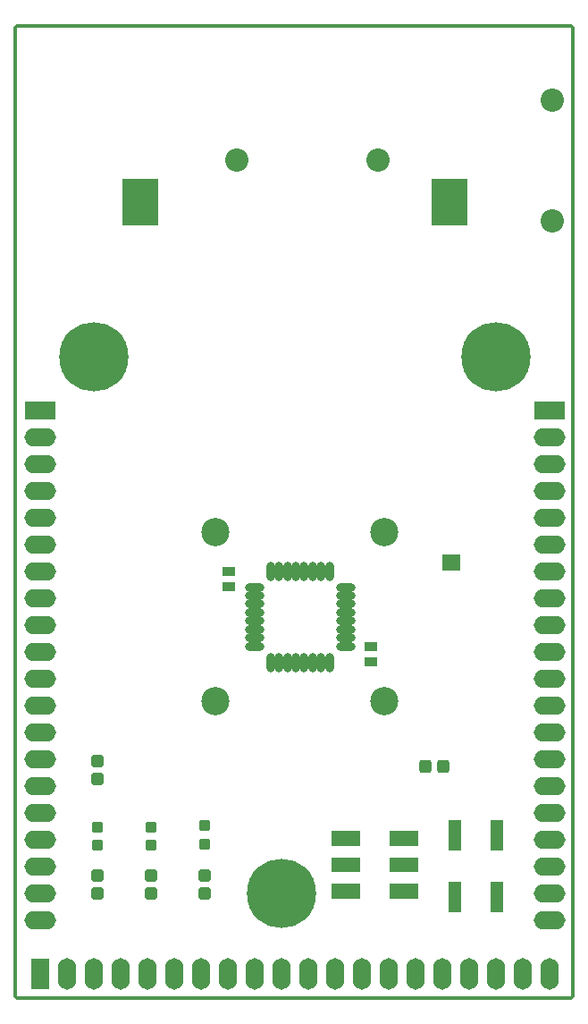
<source format=gts>
G04*
G04 #@! TF.GenerationSoftware,Altium Limited,Altium Designer,18.1.7 (191)*
G04*
G04 Layer_Color=8388736*
%FSLAX25Y25*%
%MOIN*%
G70*
G01*
G75*
%ADD21C,0.01200*%
%ADD30R,0.07087X0.06299*%
G04:AMPARAMS|DCode=31|XSize=47.37mil|YSize=43.43mil|CornerRadius=8.43mil|HoleSize=0mil|Usage=FLASHONLY|Rotation=270.000|XOffset=0mil|YOffset=0mil|HoleType=Round|Shape=RoundedRectangle|*
%AMROUNDEDRECTD31*
21,1,0.04737,0.02657,0,0,270.0*
21,1,0.03051,0.04343,0,0,270.0*
1,1,0.01686,-0.01329,-0.01526*
1,1,0.01686,-0.01329,0.01526*
1,1,0.01686,0.01329,0.01526*
1,1,0.01686,0.01329,-0.01526*
%
%ADD31ROUNDEDRECTD31*%
%ADD32R,0.03300X0.05800*%
%ADD33R,0.13398X0.17335*%
%ADD34C,0.10512*%
%ADD35O,0.03162X0.07296*%
%ADD36O,0.07296X0.03162*%
%ADD37R,0.04540X0.03753*%
%ADD38R,0.04737X0.11824*%
G04:AMPARAMS|DCode=39|XSize=47.37mil|YSize=43.43mil|CornerRadius=8.43mil|HoleSize=0mil|Usage=FLASHONLY|Rotation=0.000|XOffset=0mil|YOffset=0mil|HoleType=Round|Shape=RoundedRectangle|*
%AMROUNDEDRECTD39*
21,1,0.04737,0.02657,0,0,0.0*
21,1,0.03051,0.04343,0,0,0.0*
1,1,0.01686,0.01526,-0.01329*
1,1,0.01686,-0.01526,-0.01329*
1,1,0.01686,-0.01526,0.01329*
1,1,0.01686,0.01526,0.01329*
%
%ADD39ROUNDEDRECTD39*%
G04:AMPARAMS|DCode=40|XSize=39.5mil|YSize=39.5mil|CornerRadius=7.94mil|HoleSize=0mil|Usage=FLASHONLY|Rotation=270.000|XOffset=0mil|YOffset=0mil|HoleType=Round|Shape=RoundedRectangle|*
%AMROUNDEDRECTD40*
21,1,0.03950,0.02362,0,0,270.0*
21,1,0.02362,0.03950,0,0,270.0*
1,1,0.01587,-0.01181,-0.01181*
1,1,0.01587,-0.01181,0.01181*
1,1,0.01587,0.01181,0.01181*
1,1,0.01587,0.01181,-0.01181*
%
%ADD40ROUNDEDRECTD40*%
%ADD41C,0.08674*%
%ADD42C,0.25800*%
%ADD43O,0.11800X0.06800*%
%ADD44R,0.11800X0.06800*%
%ADD45O,0.06800X0.11800*%
%ADD46R,0.06800X0.11800*%
G36*
X227988Y136402D02*
Y141913D01*
X217358D01*
Y136402D01*
X227988D01*
D02*
G37*
G36*
Y146244D02*
Y151756D01*
X217358D01*
Y146244D01*
X227988D01*
D02*
G37*
G36*
Y156087D02*
Y161598D01*
X217358D01*
Y156087D01*
X227988D01*
D02*
G37*
G36*
X249642Y136402D02*
Y141913D01*
X239012D01*
Y136402D01*
X249642D01*
D02*
G37*
G36*
Y146244D02*
Y151756D01*
X239012D01*
Y146244D01*
X249642D01*
D02*
G37*
G36*
Y156087D02*
Y161598D01*
X239012D01*
Y156087D01*
X249642D01*
D02*
G37*
D21*
X100000Y461600D02*
G03*
X99400Y461000I0J-600D01*
G01*
X100000Y461600D02*
G03*
X99400Y461000I0J-600D01*
G01*
X307100D02*
G03*
X306500Y461600I-600J0D01*
G01*
X307100Y461000D02*
G03*
X306500Y461600I-600J0D01*
G01*
Y99400D02*
G03*
X307100Y100000I0J600D01*
G01*
X306500Y99400D02*
G03*
X307100Y100000I0J600D01*
G01*
X99400D02*
G03*
X100000Y99400I600J0D01*
G01*
X99400Y100000D02*
G03*
X100000Y99400I600J0D01*
G01*
X307100Y100000D02*
Y461000D01*
X100000Y461600D02*
X306500D01*
X100000Y99400D02*
X306500D01*
X99400Y100000D02*
Y461000D01*
D30*
X261811Y261811D02*
D03*
D31*
X252165Y185827D02*
D03*
X258858D02*
D03*
D32*
X263433Y261811D02*
D03*
X260189D02*
D03*
D33*
X145823Y396000D02*
D03*
X261177D02*
D03*
D34*
X237000Y210000D02*
D03*
X174000Y273000D02*
D03*
X237000D02*
D03*
X174000Y210000D02*
D03*
D35*
X216524Y224472D02*
D03*
X213374D02*
D03*
X210224D02*
D03*
X207075D02*
D03*
X203925D02*
D03*
X200776D02*
D03*
X197626D02*
D03*
X194476D02*
D03*
Y258528D02*
D03*
X197626D02*
D03*
X200776D02*
D03*
X203925D02*
D03*
X207075D02*
D03*
X210224D02*
D03*
X213374D02*
D03*
X216524D02*
D03*
D36*
X188472Y230476D02*
D03*
Y233626D02*
D03*
Y236776D02*
D03*
Y239925D02*
D03*
Y243075D02*
D03*
Y246224D02*
D03*
Y249374D02*
D03*
Y252524D02*
D03*
X222528D02*
D03*
Y249374D02*
D03*
Y246224D02*
D03*
Y243075D02*
D03*
Y239925D02*
D03*
Y236776D02*
D03*
Y233626D02*
D03*
Y230476D02*
D03*
D37*
X179000Y258256D02*
D03*
Y252744D02*
D03*
X232000Y224744D02*
D03*
Y230256D02*
D03*
D38*
X263126Y159917D02*
D03*
Y137083D02*
D03*
X278874D02*
D03*
Y159917D02*
D03*
D39*
X130000Y138516D02*
D03*
Y145209D02*
D03*
X150000Y138516D02*
D03*
Y145209D02*
D03*
X170000Y138516D02*
D03*
Y145209D02*
D03*
X130000Y181154D02*
D03*
Y187847D02*
D03*
D40*
X150000Y156362D02*
D03*
Y163055D02*
D03*
X130000Y163209D02*
D03*
Y156516D02*
D03*
X170000Y163555D02*
D03*
Y156862D02*
D03*
D41*
X181783Y411598D02*
D03*
X234697D02*
D03*
X299500Y389197D02*
D03*
Y434000D02*
D03*
D42*
X278500Y338500D02*
D03*
X128500D02*
D03*
X198500Y138500D02*
D03*
D43*
X298500Y128500D02*
D03*
Y138500D02*
D03*
Y148500D02*
D03*
Y158500D02*
D03*
Y168500D02*
D03*
Y178500D02*
D03*
Y188500D02*
D03*
Y198500D02*
D03*
Y208500D02*
D03*
Y218500D02*
D03*
Y228500D02*
D03*
Y238500D02*
D03*
Y248500D02*
D03*
Y258500D02*
D03*
Y268500D02*
D03*
Y278500D02*
D03*
Y288500D02*
D03*
Y298500D02*
D03*
Y308500D02*
D03*
X108500Y128500D02*
D03*
Y138500D02*
D03*
Y148500D02*
D03*
Y158500D02*
D03*
Y168500D02*
D03*
Y178500D02*
D03*
Y188500D02*
D03*
Y198500D02*
D03*
Y208500D02*
D03*
Y218500D02*
D03*
Y228500D02*
D03*
Y238500D02*
D03*
Y248500D02*
D03*
Y258500D02*
D03*
Y268500D02*
D03*
Y278500D02*
D03*
Y288500D02*
D03*
Y298500D02*
D03*
Y308500D02*
D03*
D44*
X298500Y318500D02*
D03*
X108500D02*
D03*
D45*
X298500Y108500D02*
D03*
X288500D02*
D03*
X278500D02*
D03*
X268500D02*
D03*
X258500D02*
D03*
X248500D02*
D03*
X238500D02*
D03*
X228500D02*
D03*
X218500D02*
D03*
X208500D02*
D03*
X198500D02*
D03*
X188500D02*
D03*
X178500D02*
D03*
X168500D02*
D03*
X158500D02*
D03*
X148500D02*
D03*
X138500D02*
D03*
X128500D02*
D03*
X118500D02*
D03*
D46*
X108500D02*
D03*
M02*

</source>
